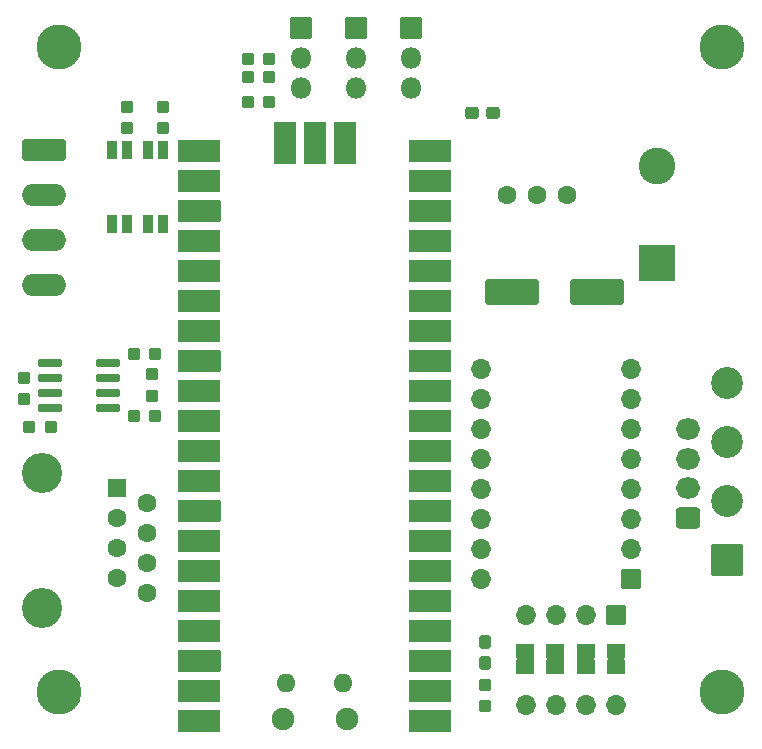
<source format=gbr>
%TF.GenerationSoftware,KiCad,Pcbnew,7.0.1*%
%TF.CreationDate,2023-04-10T17:38:49-04:00*%
%TF.ProjectId,PicoDMXStepper,5069636f-444d-4585-9374-65707065722e,v1*%
%TF.SameCoordinates,Original*%
%TF.FileFunction,Soldermask,Top*%
%TF.FilePolarity,Negative*%
%FSLAX46Y46*%
G04 Gerber Fmt 4.6, Leading zero omitted, Abs format (unit mm)*
G04 Created by KiCad (PCBNEW 7.0.1) date 2023-04-10 17:38:49*
%MOMM*%
%LPD*%
G01*
G04 APERTURE LIST*
G04 Aperture macros list*
%AMRoundRect*
0 Rectangle with rounded corners*
0 $1 Rounding radius*
0 $2 $3 $4 $5 $6 $7 $8 $9 X,Y pos of 4 corners*
0 Add a 4 corners polygon primitive as box body*
4,1,4,$2,$3,$4,$5,$6,$7,$8,$9,$2,$3,0*
0 Add four circle primitives for the rounded corners*
1,1,$1+$1,$2,$3*
1,1,$1+$1,$4,$5*
1,1,$1+$1,$6,$7*
1,1,$1+$1,$8,$9*
0 Add four rect primitives between the rounded corners*
20,1,$1+$1,$2,$3,$4,$5,0*
20,1,$1+$1,$4,$5,$6,$7,0*
20,1,$1+$1,$6,$7,$8,$9,0*
20,1,$1+$1,$8,$9,$2,$3,0*%
G04 Aperture macros list end*
%ADD10RoundRect,0.051000X1.500000X-1.500000X1.500000X1.500000X-1.500000X1.500000X-1.500000X-1.500000X0*%
%ADD11C,3.102000*%
%ADD12RoundRect,0.301001X1.999999X0.799999X-1.999999X0.799999X-1.999999X-0.799999X1.999999X-0.799999X0*%
%ADD13RoundRect,0.288500X-0.300000X-0.237500X0.300000X-0.237500X0.300000X0.237500X-0.300000X0.237500X0*%
%ADD14C,3.802000*%
%ADD15C,3.402000*%
%ADD16RoundRect,0.051000X-0.750000X0.750000X-0.750000X-0.750000X0.750000X-0.750000X0.750000X0.750000X0*%
%ADD17C,1.602000*%
%ADD18RoundRect,0.288500X-0.250000X-0.237500X0.250000X-0.237500X0.250000X0.237500X-0.250000X0.237500X0*%
%ADD19RoundRect,0.288500X0.237500X-0.250000X0.237500X0.250000X-0.237500X0.250000X-0.237500X-0.250000X0*%
%ADD20RoundRect,0.288500X-0.237500X0.250000X-0.237500X-0.250000X0.237500X-0.250000X0.237500X0.250000X0*%
%ADD21RoundRect,0.051000X0.800000X0.800000X-0.800000X0.800000X-0.800000X-0.800000X0.800000X-0.800000X0*%
%ADD22O,1.702000X1.702000*%
%ADD23RoundRect,0.301000X0.725000X-0.600000X0.725000X0.600000X-0.725000X0.600000X-0.725000X-0.600000X0*%
%ADD24O,2.052000X1.802000*%
%ADD25RoundRect,0.051000X0.750000X-0.500000X0.750000X0.500000X-0.750000X0.500000X-0.750000X-0.500000X0*%
%ADD26RoundRect,0.051000X0.400000X0.750000X-0.400000X0.750000X-0.400000X-0.750000X0.400000X-0.750000X0*%
%ADD27RoundRect,0.288500X0.250000X0.237500X-0.250000X0.237500X-0.250000X-0.237500X0.250000X-0.237500X0*%
%ADD28C,1.600600*%
%ADD29RoundRect,0.051000X-0.850000X-0.850000X0.850000X-0.850000X0.850000X0.850000X-0.850000X0.850000X0*%
%ADD30O,1.802000X1.802000*%
%ADD31RoundRect,0.051000X1.300000X-1.300000X1.300000X1.300000X-1.300000X1.300000X-1.300000X-1.300000X0*%
%ADD32C,2.702000*%
%ADD33RoundRect,0.288500X0.237500X-0.287500X0.237500X0.287500X-0.237500X0.287500X-0.237500X-0.287500X0*%
%ADD34RoundRect,0.301000X-1.550000X0.650000X-1.550000X-0.650000X1.550000X-0.650000X1.550000X0.650000X0*%
%ADD35O,3.702000X1.902000*%
%ADD36RoundRect,0.201000X-0.825000X-0.150000X0.825000X-0.150000X0.825000X0.150000X-0.825000X0.150000X0*%
%ADD37O,1.902000X1.902000*%
%ADD38O,1.602000X1.602000*%
%ADD39RoundRect,0.051000X1.750000X0.850000X-1.750000X0.850000X-1.750000X-0.850000X1.750000X-0.850000X0*%
%ADD40RoundRect,0.051000X0.850000X0.850000X-0.850000X0.850000X-0.850000X-0.850000X0.850000X-0.850000X0*%
%ADD41RoundRect,0.051000X-0.850000X1.750000X-0.850000X-1.750000X0.850000X-1.750000X0.850000X1.750000X0*%
%ADD42RoundRect,0.051000X-0.800000X0.800000X-0.800000X-0.800000X0.800000X-0.800000X0.800000X0.800000X0*%
G04 APERTURE END LIST*
D10*
%TO.C,J1*%
X171170600Y-103438960D03*
D11*
X171170600Y-95189040D03*
%TD*%
D12*
%TO.C,C1*%
X166144400Y-105855800D03*
X158944400Y-105855800D03*
%TD*%
D13*
%TO.C,C2*%
X155550700Y-90703400D03*
X157275700Y-90703400D03*
%TD*%
D14*
%TO.C,H3*%
X120520000Y-85090000D03*
%TD*%
%TO.C,H2*%
X176657000Y-85090000D03*
%TD*%
D15*
%TO.C,J2*%
X119126000Y-121158000D03*
X119126000Y-132588000D03*
D16*
X125476000Y-122428000D03*
D17*
X128016000Y-123698000D03*
X125476000Y-124968000D03*
X128016000Y-126238000D03*
X125476000Y-127508000D03*
X128016000Y-128778000D03*
X125476000Y-130048000D03*
X128016000Y-131318000D03*
%TD*%
D18*
%TO.C,R9*%
X136526900Y-89789000D03*
X138351900Y-89789000D03*
%TD*%
D19*
%TO.C,R1*%
X156591000Y-140942700D03*
X156591000Y-139117700D03*
%TD*%
D18*
%TO.C,R7*%
X136526900Y-86106000D03*
X138351900Y-86106000D03*
%TD*%
D20*
%TO.C,R10*%
X129387600Y-90171900D03*
X129387600Y-91996900D03*
%TD*%
D21*
%TO.C,A1*%
X168960800Y-130124200D03*
D22*
X168960800Y-127584200D03*
X168960800Y-125044200D03*
X168960800Y-122504200D03*
X168960800Y-119964200D03*
X168960800Y-117424200D03*
X168960800Y-114884200D03*
X168960800Y-112344200D03*
X156260800Y-112344200D03*
X156260800Y-114884200D03*
X156260800Y-117424200D03*
X156260800Y-119964200D03*
X156260800Y-122504200D03*
X156260800Y-125044200D03*
X156260800Y-127584200D03*
X156260800Y-130124200D03*
%TD*%
D14*
%TO.C,H1*%
X120520000Y-139725000D03*
%TD*%
D23*
%TO.C,J5*%
X173845800Y-124984200D03*
D24*
X173845800Y-122484200D03*
X173845800Y-119984200D03*
X173845800Y-117484200D03*
%TD*%
D25*
%TO.C,JP4*%
X160045400Y-137581400D03*
X160045400Y-136281400D03*
%TD*%
D20*
%TO.C,R5*%
X117627400Y-113133500D03*
X117627400Y-114958500D03*
%TD*%
D26*
%TO.C,U5*%
X126314200Y-93852200D03*
X125044200Y-93852200D03*
X125044200Y-100102200D03*
X126314200Y-100102200D03*
%TD*%
D27*
%TO.C,R6*%
X119860700Y-117297200D03*
X118035700Y-117297200D03*
%TD*%
D28*
%TO.C,U1*%
X163576000Y-97637600D03*
X161036000Y-97637600D03*
X158496000Y-97637600D03*
%TD*%
D14*
%TO.C,H4*%
X176657000Y-139750800D03*
%TD*%
D29*
%TO.C,J7*%
X145670800Y-83489800D03*
D30*
X145670800Y-86029800D03*
X145670800Y-88569800D03*
%TD*%
D20*
%TO.C,R11*%
X126314200Y-90171900D03*
X126314200Y-91996900D03*
%TD*%
D31*
%TO.C,J3*%
X177120800Y-128534200D03*
D32*
X177120800Y-123534200D03*
X177120800Y-118534200D03*
X177120800Y-113534200D03*
%TD*%
D29*
%TO.C,J8*%
X150350800Y-83489800D03*
D30*
X150350800Y-86029800D03*
X150350800Y-88569800D03*
%TD*%
D25*
%TO.C,JP3*%
X162595400Y-137581400D03*
X162595400Y-136281400D03*
%TD*%
%TO.C,JP1*%
X167720400Y-137581400D03*
X167720400Y-136281400D03*
%TD*%
D33*
%TO.C,D1*%
X156591000Y-137255200D03*
X156591000Y-135505200D03*
%TD*%
D26*
%TO.C,U4*%
X129387600Y-93852200D03*
X128117600Y-93852200D03*
X128117600Y-100102200D03*
X129387600Y-100102200D03*
%TD*%
D27*
%TO.C,R4*%
X128696791Y-111098391D03*
X126871791Y-111098391D03*
%TD*%
D34*
%TO.C,J4*%
X119253000Y-93827600D03*
D35*
X119253000Y-97637600D03*
X119253000Y-101447600D03*
X119253000Y-105257600D03*
%TD*%
D18*
%TO.C,R8*%
X136526900Y-87655400D03*
X138351900Y-87655400D03*
%TD*%
D29*
%TO.C,J6*%
X141020800Y-83489800D03*
D30*
X141020800Y-86029800D03*
X141020800Y-88569800D03*
%TD*%
D25*
%TO.C,JP2*%
X165170400Y-137581400D03*
X165170400Y-136281400D03*
%TD*%
D36*
%TO.C,U3*%
X119783291Y-111834991D03*
X119783291Y-113104991D03*
X119783291Y-114374991D03*
X119783291Y-115644991D03*
X124733291Y-115644991D03*
X124733291Y-114374991D03*
X124733291Y-113104991D03*
X124733291Y-111834991D03*
%TD*%
D18*
%TO.C,R2*%
X126871791Y-116356191D03*
X128696791Y-116356191D03*
%TD*%
D37*
%TO.C,U2*%
X144939600Y-142008400D03*
D38*
X144639600Y-138978400D03*
X139789600Y-138978400D03*
D37*
X139489600Y-142008400D03*
D30*
X151104600Y-142138400D03*
D39*
X152004600Y-142138400D03*
D30*
X151104600Y-139598400D03*
D39*
X152004600Y-139598400D03*
D40*
X151104600Y-137058400D03*
D39*
X152004600Y-137058400D03*
D30*
X151104600Y-134518400D03*
D39*
X152004600Y-134518400D03*
D30*
X151104600Y-131978400D03*
D39*
X152004600Y-131978400D03*
D30*
X151104600Y-129438400D03*
D39*
X152004600Y-129438400D03*
D30*
X151104600Y-126898400D03*
D39*
X152004600Y-126898400D03*
D40*
X151104600Y-124358400D03*
D39*
X152004600Y-124358400D03*
D30*
X151104600Y-121818400D03*
D39*
X152004600Y-121818400D03*
D30*
X151104600Y-119278400D03*
D39*
X152004600Y-119278400D03*
D30*
X151104600Y-116738400D03*
D39*
X152004600Y-116738400D03*
D30*
X151104600Y-114198400D03*
D39*
X152004600Y-114198400D03*
D40*
X151104600Y-111658400D03*
D39*
X152004600Y-111658400D03*
D30*
X151104600Y-109118400D03*
D39*
X152004600Y-109118400D03*
D30*
X151104600Y-106578400D03*
D39*
X152004600Y-106578400D03*
D30*
X151104600Y-104038400D03*
D39*
X152004600Y-104038400D03*
D30*
X151104600Y-101498400D03*
D39*
X152004600Y-101498400D03*
D40*
X151104600Y-98958400D03*
D39*
X152004600Y-98958400D03*
D30*
X151104600Y-96418400D03*
D39*
X152004600Y-96418400D03*
D30*
X151104600Y-93878400D03*
D39*
X152004600Y-93878400D03*
D30*
X133324600Y-93878400D03*
D39*
X132424600Y-93878400D03*
D30*
X133324600Y-96418400D03*
D39*
X132424600Y-96418400D03*
D40*
X133324600Y-98958400D03*
D39*
X132424600Y-98958400D03*
D30*
X133324600Y-101498400D03*
D39*
X132424600Y-101498400D03*
D30*
X133324600Y-104038400D03*
D39*
X132424600Y-104038400D03*
D30*
X133324600Y-106578400D03*
D39*
X132424600Y-106578400D03*
D30*
X133324600Y-109118400D03*
D39*
X132424600Y-109118400D03*
D40*
X133324600Y-111658400D03*
D39*
X132424600Y-111658400D03*
D30*
X133324600Y-114198400D03*
D39*
X132424600Y-114198400D03*
D30*
X133324600Y-116738400D03*
D39*
X132424600Y-116738400D03*
D30*
X133324600Y-119278400D03*
D39*
X132424600Y-119278400D03*
D30*
X133324600Y-121818400D03*
D39*
X132424600Y-121818400D03*
D40*
X133324600Y-124358400D03*
D39*
X132424600Y-124358400D03*
D30*
X133324600Y-126898400D03*
D39*
X132424600Y-126898400D03*
D30*
X133324600Y-129438400D03*
D39*
X132424600Y-129438400D03*
D30*
X133324600Y-131978400D03*
D39*
X132424600Y-131978400D03*
D30*
X133324600Y-134518400D03*
D39*
X132424600Y-134518400D03*
D40*
X133324600Y-137058400D03*
D39*
X132424600Y-137058400D03*
D30*
X133324600Y-139598400D03*
D39*
X132424600Y-139598400D03*
D30*
X133324600Y-142138400D03*
D39*
X132424600Y-142138400D03*
D30*
X144754600Y-94108400D03*
D41*
X144754600Y-93208400D03*
D40*
X142214600Y-94108400D03*
D41*
X142214600Y-93208400D03*
D30*
X139674600Y-94108400D03*
D41*
X139674600Y-93208400D03*
%TD*%
D42*
%TO.C,SW2*%
X167716200Y-133223000D03*
D22*
X165176200Y-133223000D03*
X162636200Y-133223000D03*
X160096200Y-133223000D03*
X160096200Y-140843000D03*
X162636200Y-140843000D03*
X165176200Y-140843000D03*
X167716200Y-140843000D03*
%TD*%
D19*
%TO.C,R3*%
X128397000Y-114627091D03*
X128397000Y-112802091D03*
%TD*%
G36*
X168485078Y-136828238D02*
G01*
X168485755Y-136829873D01*
X168484870Y-136831405D01*
X168433613Y-136865656D01*
X168433613Y-136997144D01*
X168484871Y-137031394D01*
X168485756Y-137032926D01*
X168485079Y-137034561D01*
X168483370Y-137035019D01*
X168470201Y-137032400D01*
X166970599Y-137032400D01*
X166957426Y-137035019D01*
X166955717Y-137034561D01*
X166955040Y-137032926D01*
X166955925Y-137031394D01*
X167007186Y-136997143D01*
X167007186Y-136865657D01*
X166955927Y-136831405D01*
X166955042Y-136829873D01*
X166955719Y-136828238D01*
X166957428Y-136827780D01*
X166970599Y-136830400D01*
X168470201Y-136830400D01*
X168483369Y-136827780D01*
X168485078Y-136828238D01*
G37*
G36*
X165935078Y-136828238D02*
G01*
X165935755Y-136829873D01*
X165934870Y-136831405D01*
X165883613Y-136865656D01*
X165883613Y-136997144D01*
X165934871Y-137031394D01*
X165935756Y-137032926D01*
X165935079Y-137034561D01*
X165933370Y-137035019D01*
X165920201Y-137032400D01*
X164420599Y-137032400D01*
X164407426Y-137035019D01*
X164405717Y-137034561D01*
X164405040Y-137032926D01*
X164405925Y-137031394D01*
X164457186Y-136997143D01*
X164457186Y-136865657D01*
X164405927Y-136831405D01*
X164405042Y-136829873D01*
X164405719Y-136828238D01*
X164407428Y-136827780D01*
X164420599Y-136830400D01*
X165920201Y-136830400D01*
X165933369Y-136827780D01*
X165935078Y-136828238D01*
G37*
G36*
X163360078Y-136828238D02*
G01*
X163360755Y-136829873D01*
X163359870Y-136831405D01*
X163308613Y-136865656D01*
X163308613Y-136997144D01*
X163359871Y-137031394D01*
X163360756Y-137032926D01*
X163360079Y-137034561D01*
X163358370Y-137035019D01*
X163345201Y-137032400D01*
X161845599Y-137032400D01*
X161832426Y-137035019D01*
X161830717Y-137034561D01*
X161830040Y-137032926D01*
X161830925Y-137031394D01*
X161882186Y-136997143D01*
X161882186Y-136865657D01*
X161830927Y-136831405D01*
X161830042Y-136829873D01*
X161830719Y-136828238D01*
X161832428Y-136827780D01*
X161845599Y-136830400D01*
X163345201Y-136830400D01*
X163358369Y-136827780D01*
X163360078Y-136828238D01*
G37*
G36*
X160810078Y-136828238D02*
G01*
X160810755Y-136829873D01*
X160809870Y-136831405D01*
X160758613Y-136865656D01*
X160758613Y-136997144D01*
X160809871Y-137031394D01*
X160810756Y-137032926D01*
X160810079Y-137034561D01*
X160808370Y-137035019D01*
X160795201Y-137032400D01*
X159295599Y-137032400D01*
X159282426Y-137035019D01*
X159280717Y-137034561D01*
X159280040Y-137032926D01*
X159280925Y-137031394D01*
X159332186Y-136997143D01*
X159332186Y-136865657D01*
X159280927Y-136831405D01*
X159280042Y-136829873D01*
X159280719Y-136828238D01*
X159282428Y-136827780D01*
X159295599Y-136830400D01*
X160795201Y-136830400D01*
X160808369Y-136827780D01*
X160810078Y-136828238D01*
G37*
G36*
X168136242Y-106955705D02*
G01*
X168136399Y-106957603D01*
X168134897Y-106958772D01*
X168134891Y-106958773D01*
X168134562Y-106958800D01*
X164154238Y-106958800D01*
X164152824Y-106958214D01*
X164152823Y-106958213D01*
X164152237Y-106956799D01*
X164152823Y-106955385D01*
X164154237Y-106954799D01*
X168134568Y-106954799D01*
X168136242Y-106955705D01*
G37*
G36*
X160936242Y-106955705D02*
G01*
X160936399Y-106957603D01*
X160934897Y-106958772D01*
X160934891Y-106958773D01*
X160934562Y-106958800D01*
X156954238Y-106958800D01*
X156952824Y-106958214D01*
X156952823Y-106958213D01*
X156952237Y-106956799D01*
X156952823Y-106955385D01*
X156954237Y-106954799D01*
X160934568Y-106954799D01*
X160936242Y-106955705D01*
G37*
M02*

</source>
